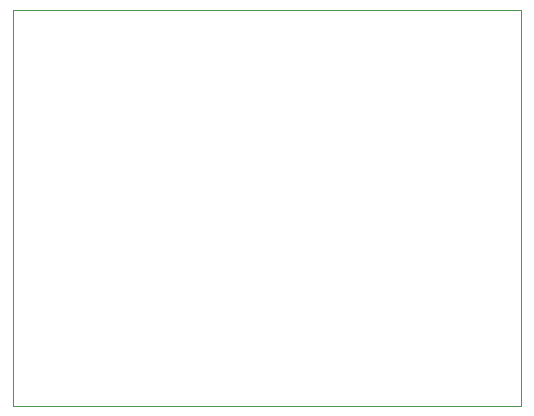
<source format=gbr>
G04 #@! TF.GenerationSoftware,KiCad,Pcbnew,5.1.2*
G04 #@! TF.CreationDate,2019-05-06T20:04:11+02:00*
G04 #@! TF.ProjectId,controlboard,636f6e74-726f-46c6-926f-6172642e6b69,rev?*
G04 #@! TF.SameCoordinates,Original*
G04 #@! TF.FileFunction,Profile,NP*
%FSLAX46Y46*%
G04 Gerber Fmt 4.6, Leading zero omitted, Abs format (unit mm)*
G04 Created by KiCad (PCBNEW 5.1.2) date 2019-05-06 20:04:11*
%MOMM*%
%LPD*%
G04 APERTURE LIST*
%ADD10C,0.050000*%
G04 APERTURE END LIST*
D10*
X62500000Y-61500000D02*
X62500000Y-28000000D01*
X105500000Y-61500000D02*
X62500000Y-61500000D01*
X105500000Y-28000000D02*
X105500000Y-61500000D01*
X62500000Y-28000000D02*
X105500000Y-28000000D01*
M02*

</source>
